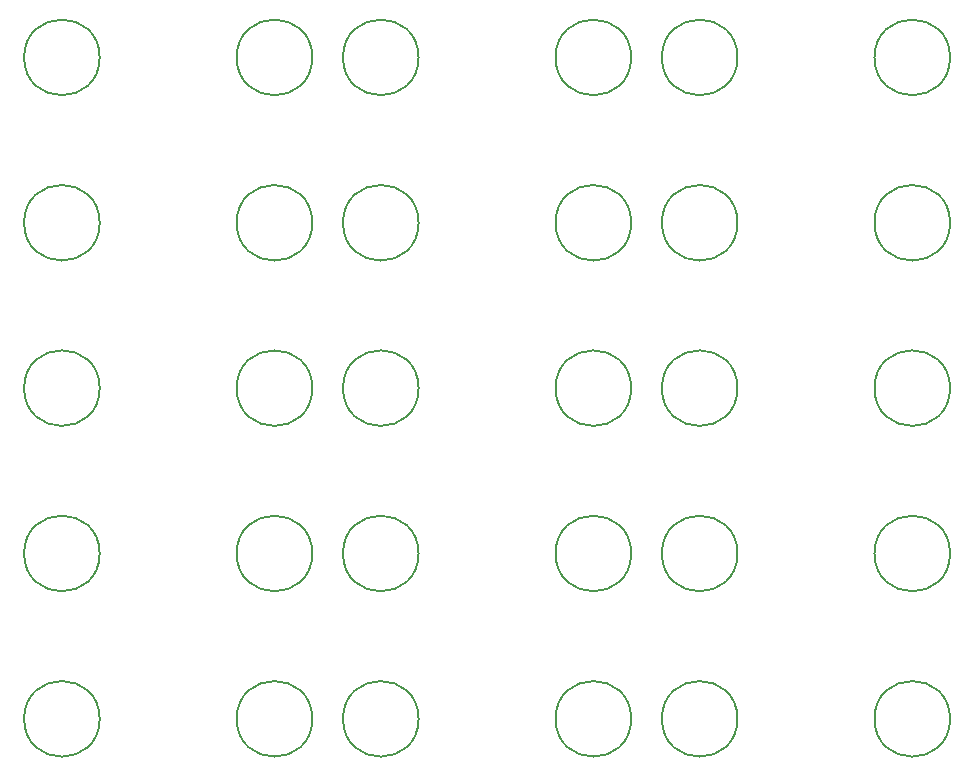
<source format=gbr>
G04 #@! TF.GenerationSoftware,KiCad,Pcbnew,6.0.9-8da3e8f707~116~ubuntu20.04.1*
G04 #@! TF.CreationDate,2023-04-16T18:25:49+00:00*
G04 #@! TF.ProjectId,LEC005001-panel,4c454330-3035-4303-9031-2d70616e656c,rev?*
G04 #@! TF.SameCoordinates,Original*
G04 #@! TF.FileFunction,Other,Comment*
%FSLAX46Y46*%
G04 Gerber Fmt 4.6, Leading zero omitted, Abs format (unit mm)*
G04 Created by KiCad (PCBNEW 6.0.9-8da3e8f707~116~ubuntu20.04.1) date 2023-04-16 18:25:49*
%MOMM*%
%LPD*%
G01*
G04 APERTURE LIST*
%ADD10C,0.150000*%
G04 APERTURE END LIST*
D10*
G04 #@! TO.C,H1*
X60698912Y-54500000D02*
G75*
G03*
X60698912Y-54500000I-3200000J0D01*
G01*
G04 #@! TO.C,H2*
X51698912Y-40500000D02*
G75*
G03*
X51698912Y-40500000I-3200000J0D01*
G01*
G04 #@! TO.C,H1*
X60698912Y-26500000D02*
G75*
G03*
X60698912Y-26500000I-3200000J0D01*
G01*
X33698912Y-54500000D02*
G75*
G03*
X33698912Y-54500000I-3200000J0D01*
G01*
G04 #@! TO.C,H2*
X51698912Y-54500000D02*
G75*
G03*
X51698912Y-54500000I-3200000J0D01*
G01*
X78698912Y-68500000D02*
G75*
G03*
X78698912Y-68500000I-3200000J0D01*
G01*
G04 #@! TO.C,H1*
X6698912Y-68500000D02*
G75*
G03*
X6698912Y-68500000I-3200000J0D01*
G01*
X6698912Y-54500000D02*
G75*
G03*
X6698912Y-54500000I-3200000J0D01*
G01*
X6698912Y-12500000D02*
G75*
G03*
X6698912Y-12500000I-3200000J0D01*
G01*
X33698912Y-40500000D02*
G75*
G03*
X33698912Y-40500000I-3200000J0D01*
G01*
X60698912Y-40500000D02*
G75*
G03*
X60698912Y-40500000I-3200000J0D01*
G01*
X33698912Y-12500000D02*
G75*
G03*
X33698912Y-12500000I-3200000J0D01*
G01*
X60698912Y-12500000D02*
G75*
G03*
X60698912Y-12500000I-3200000J0D01*
G01*
G04 #@! TO.C,H2*
X51698912Y-26500000D02*
G75*
G03*
X51698912Y-26500000I-3200000J0D01*
G01*
X51698912Y-12500000D02*
G75*
G03*
X51698912Y-12500000I-3200000J0D01*
G01*
X24698912Y-68500000D02*
G75*
G03*
X24698912Y-68500000I-3200000J0D01*
G01*
X78698912Y-40500000D02*
G75*
G03*
X78698912Y-40500000I-3200000J0D01*
G01*
G04 #@! TO.C,H1*
X60698912Y-68500000D02*
G75*
G03*
X60698912Y-68500000I-3200000J0D01*
G01*
G04 #@! TO.C,H2*
X24698912Y-12500000D02*
G75*
G03*
X24698912Y-12500000I-3200000J0D01*
G01*
X24698912Y-40500000D02*
G75*
G03*
X24698912Y-40500000I-3200000J0D01*
G01*
G04 #@! TO.C,H1*
X33698912Y-68500000D02*
G75*
G03*
X33698912Y-68500000I-3200000J0D01*
G01*
G04 #@! TO.C,H2*
X78698912Y-54500000D02*
G75*
G03*
X78698912Y-54500000I-3200000J0D01*
G01*
X51698912Y-68500000D02*
G75*
G03*
X51698912Y-68500000I-3200000J0D01*
G01*
G04 #@! TO.C,H1*
X6698912Y-40500000D02*
G75*
G03*
X6698912Y-40500000I-3200000J0D01*
G01*
G04 #@! TO.C,H2*
X78698912Y-26500000D02*
G75*
G03*
X78698912Y-26500000I-3200000J0D01*
G01*
G04 #@! TO.C,H1*
X6698912Y-26500000D02*
G75*
G03*
X6698912Y-26500000I-3200000J0D01*
G01*
G04 #@! TO.C,H2*
X24698912Y-26500000D02*
G75*
G03*
X24698912Y-26500000I-3200000J0D01*
G01*
G04 #@! TO.C,H1*
X33698912Y-26500000D02*
G75*
G03*
X33698912Y-26500000I-3200000J0D01*
G01*
G04 #@! TO.C,H2*
X78698912Y-12500000D02*
G75*
G03*
X78698912Y-12500000I-3200000J0D01*
G01*
X24698912Y-54500000D02*
G75*
G03*
X24698912Y-54500000I-3200000J0D01*
G01*
G04 #@! TD*
M02*

</source>
